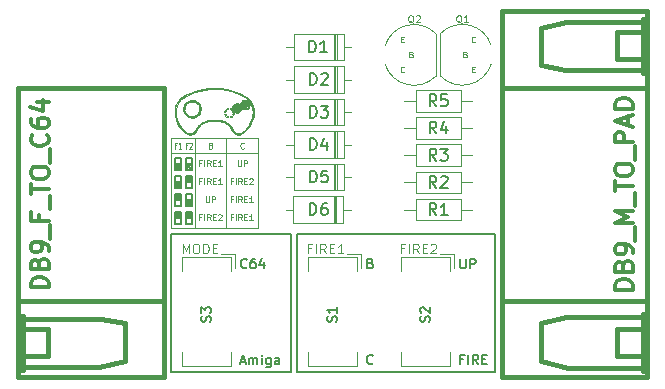
<source format=gto>
G04 #@! TF.GenerationSoftware,KiCad,Pcbnew,5.1.5-52549c5~86~ubuntu18.04.1*
G04 #@! TF.CreationDate,2020-05-03T19:03:43+02:00*
G04 #@! TF.ProjectId,OpenC64MegaDrivePadAdapter,4f70656e-4336-4344-9d65-676144726976,5*
G04 #@! TF.SameCoordinates,Original*
G04 #@! TF.FileFunction,Legend,Top*
G04 #@! TF.FilePolarity,Positive*
%FSLAX46Y46*%
G04 Gerber Fmt 4.6, Leading zero omitted, Abs format (unit mm)*
G04 Created by KiCad (PCBNEW 5.1.5-52549c5~86~ubuntu18.04.1) date 2020-05-03 19:03:43*
%MOMM*%
%LPD*%
G04 APERTURE LIST*
%ADD10C,0.100000*%
%ADD11C,0.075000*%
%ADD12C,0.200000*%
%ADD13C,0.150000*%
%ADD14C,0.381000*%
%ADD15C,0.120000*%
%ADD16C,0.010000*%
%ADD17C,0.304800*%
%ADD18C,0.125000*%
G04 APERTURE END LIST*
D10*
X167599457Y-93462180D02*
X167575648Y-93485989D01*
X167504219Y-93509799D01*
X167456600Y-93509799D01*
X167385172Y-93485989D01*
X167337553Y-93438370D01*
X167313743Y-93390751D01*
X167289934Y-93295513D01*
X167289934Y-93224085D01*
X167313743Y-93128847D01*
X167337553Y-93081228D01*
X167385172Y-93033609D01*
X167456600Y-93009799D01*
X167504219Y-93009799D01*
X167575648Y-93033609D01*
X167599457Y-93057418D01*
X167337553Y-90707894D02*
X167504219Y-90707894D01*
X167575648Y-90969799D02*
X167337553Y-90969799D01*
X167337553Y-90469799D01*
X167575648Y-90469799D01*
X168210410Y-91977894D02*
X168281838Y-92001704D01*
X168305648Y-92025513D01*
X168329457Y-92073132D01*
X168329457Y-92144561D01*
X168305648Y-92192180D01*
X168281838Y-92215989D01*
X168234219Y-92239799D01*
X168043743Y-92239799D01*
X168043743Y-91739799D01*
X168210410Y-91739799D01*
X168258029Y-91763609D01*
X168281838Y-91787418D01*
X168305648Y-91835037D01*
X168305648Y-91882656D01*
X168281838Y-91930275D01*
X168258029Y-91954085D01*
X168210410Y-91977894D01*
X168043743Y-91977894D01*
D11*
X150418895Y-105755285D02*
X150252228Y-105755285D01*
X150252228Y-106017190D02*
X150252228Y-105517190D01*
X150490323Y-105517190D01*
X150680800Y-106017190D02*
X150680800Y-105517190D01*
X151204609Y-106017190D02*
X151037942Y-105779095D01*
X150918895Y-106017190D02*
X150918895Y-105517190D01*
X151109371Y-105517190D01*
X151156990Y-105541000D01*
X151180800Y-105564809D01*
X151204609Y-105612428D01*
X151204609Y-105683857D01*
X151180800Y-105731476D01*
X151156990Y-105755285D01*
X151109371Y-105779095D01*
X150918895Y-105779095D01*
X151418895Y-105755285D02*
X151585561Y-105755285D01*
X151656990Y-106017190D02*
X151418895Y-106017190D01*
X151418895Y-105517190D01*
X151656990Y-105517190D01*
X151847466Y-105564809D02*
X151871276Y-105541000D01*
X151918895Y-105517190D01*
X152037942Y-105517190D01*
X152085561Y-105541000D01*
X152109371Y-105564809D01*
X152133180Y-105612428D01*
X152133180Y-105660047D01*
X152109371Y-105731476D01*
X151823657Y-106017190D01*
X152133180Y-106017190D01*
X153060495Y-105755285D02*
X152893828Y-105755285D01*
X152893828Y-106017190D02*
X152893828Y-105517190D01*
X153131923Y-105517190D01*
X153322400Y-106017190D02*
X153322400Y-105517190D01*
X153846209Y-106017190D02*
X153679542Y-105779095D01*
X153560495Y-106017190D02*
X153560495Y-105517190D01*
X153750971Y-105517190D01*
X153798590Y-105541000D01*
X153822400Y-105564809D01*
X153846209Y-105612428D01*
X153846209Y-105683857D01*
X153822400Y-105731476D01*
X153798590Y-105755285D01*
X153750971Y-105779095D01*
X153560495Y-105779095D01*
X154060495Y-105755285D02*
X154227161Y-105755285D01*
X154298590Y-106017190D02*
X154060495Y-106017190D01*
X154060495Y-105517190D01*
X154298590Y-105517190D01*
X154774780Y-106017190D02*
X154489066Y-106017190D01*
X154631923Y-106017190D02*
X154631923Y-105517190D01*
X154584304Y-105588619D01*
X154536685Y-105636238D01*
X154489066Y-105660047D01*
X150787942Y-103993190D02*
X150787942Y-104397952D01*
X150811752Y-104445571D01*
X150835561Y-104469380D01*
X150883180Y-104493190D01*
X150978419Y-104493190D01*
X151026038Y-104469380D01*
X151049847Y-104445571D01*
X151073657Y-104397952D01*
X151073657Y-103993190D01*
X151311752Y-104493190D02*
X151311752Y-103993190D01*
X151502228Y-103993190D01*
X151549847Y-104017000D01*
X151573657Y-104040809D01*
X151597466Y-104088428D01*
X151597466Y-104159857D01*
X151573657Y-104207476D01*
X151549847Y-104231285D01*
X151502228Y-104255095D01*
X151311752Y-104255095D01*
X153060495Y-104231285D02*
X152893828Y-104231285D01*
X152893828Y-104493190D02*
X152893828Y-103993190D01*
X153131923Y-103993190D01*
X153322400Y-104493190D02*
X153322400Y-103993190D01*
X153846209Y-104493190D02*
X153679542Y-104255095D01*
X153560495Y-104493190D02*
X153560495Y-103993190D01*
X153750971Y-103993190D01*
X153798590Y-104017000D01*
X153822400Y-104040809D01*
X153846209Y-104088428D01*
X153846209Y-104159857D01*
X153822400Y-104207476D01*
X153798590Y-104231285D01*
X153750971Y-104255095D01*
X153560495Y-104255095D01*
X154060495Y-104231285D02*
X154227161Y-104231285D01*
X154298590Y-104493190D02*
X154060495Y-104493190D01*
X154060495Y-103993190D01*
X154298590Y-103993190D01*
X154774780Y-104493190D02*
X154489066Y-104493190D01*
X154631923Y-104493190D02*
X154631923Y-103993190D01*
X154584304Y-104064619D01*
X154536685Y-104112238D01*
X154489066Y-104136047D01*
X153060495Y-102707285D02*
X152893828Y-102707285D01*
X152893828Y-102969190D02*
X152893828Y-102469190D01*
X153131923Y-102469190D01*
X153322400Y-102969190D02*
X153322400Y-102469190D01*
X153846209Y-102969190D02*
X153679542Y-102731095D01*
X153560495Y-102969190D02*
X153560495Y-102469190D01*
X153750971Y-102469190D01*
X153798590Y-102493000D01*
X153822400Y-102516809D01*
X153846209Y-102564428D01*
X153846209Y-102635857D01*
X153822400Y-102683476D01*
X153798590Y-102707285D01*
X153750971Y-102731095D01*
X153560495Y-102731095D01*
X154060495Y-102707285D02*
X154227161Y-102707285D01*
X154298590Y-102969190D02*
X154060495Y-102969190D01*
X154060495Y-102469190D01*
X154298590Y-102469190D01*
X154489066Y-102516809D02*
X154512876Y-102493000D01*
X154560495Y-102469190D01*
X154679542Y-102469190D01*
X154727161Y-102493000D01*
X154750971Y-102516809D01*
X154774780Y-102564428D01*
X154774780Y-102612047D01*
X154750971Y-102683476D01*
X154465257Y-102969190D01*
X154774780Y-102969190D01*
X150418895Y-102707285D02*
X150252228Y-102707285D01*
X150252228Y-102969190D02*
X150252228Y-102469190D01*
X150490323Y-102469190D01*
X150680800Y-102969190D02*
X150680800Y-102469190D01*
X151204609Y-102969190D02*
X151037942Y-102731095D01*
X150918895Y-102969190D02*
X150918895Y-102469190D01*
X151109371Y-102469190D01*
X151156990Y-102493000D01*
X151180800Y-102516809D01*
X151204609Y-102564428D01*
X151204609Y-102635857D01*
X151180800Y-102683476D01*
X151156990Y-102707285D01*
X151109371Y-102731095D01*
X150918895Y-102731095D01*
X151418895Y-102707285D02*
X151585561Y-102707285D01*
X151656990Y-102969190D02*
X151418895Y-102969190D01*
X151418895Y-102469190D01*
X151656990Y-102469190D01*
X152133180Y-102969190D02*
X151847466Y-102969190D01*
X151990323Y-102969190D02*
X151990323Y-102469190D01*
X151942704Y-102540619D01*
X151895085Y-102588238D01*
X151847466Y-102612047D01*
X153493042Y-100945190D02*
X153493042Y-101349952D01*
X153516852Y-101397571D01*
X153540661Y-101421380D01*
X153588280Y-101445190D01*
X153683519Y-101445190D01*
X153731138Y-101421380D01*
X153754947Y-101397571D01*
X153778757Y-101349952D01*
X153778757Y-100945190D01*
X154016852Y-101445190D02*
X154016852Y-100945190D01*
X154207328Y-100945190D01*
X154254947Y-100969000D01*
X154278757Y-100992809D01*
X154302566Y-101040428D01*
X154302566Y-101111857D01*
X154278757Y-101159476D01*
X154254947Y-101183285D01*
X154207328Y-101207095D01*
X154016852Y-101207095D01*
X150418895Y-101183285D02*
X150252228Y-101183285D01*
X150252228Y-101445190D02*
X150252228Y-100945190D01*
X150490323Y-100945190D01*
X150680800Y-101445190D02*
X150680800Y-100945190D01*
X151204609Y-101445190D02*
X151037942Y-101207095D01*
X150918895Y-101445190D02*
X150918895Y-100945190D01*
X151109371Y-100945190D01*
X151156990Y-100969000D01*
X151180800Y-100992809D01*
X151204609Y-101040428D01*
X151204609Y-101111857D01*
X151180800Y-101159476D01*
X151156990Y-101183285D01*
X151109371Y-101207095D01*
X150918895Y-101207095D01*
X151418895Y-101183285D02*
X151585561Y-101183285D01*
X151656990Y-101445190D02*
X151418895Y-101445190D01*
X151418895Y-100945190D01*
X151656990Y-100945190D01*
X152133180Y-101445190D02*
X151847466Y-101445190D01*
X151990323Y-101445190D02*
X151990323Y-100945190D01*
X151942704Y-101016619D01*
X151895085Y-101064238D01*
X151847466Y-101088047D01*
D10*
X152527000Y-99060000D02*
X152527000Y-106680000D01*
D12*
X149085300Y-101219000D02*
X149593300Y-101727000D01*
X149212300Y-101600000D02*
X149593300Y-101219000D01*
X148183600Y-101219000D02*
X148691600Y-101727000D01*
X148691600Y-101219000D02*
X148183600Y-101727000D01*
X148183600Y-102743000D02*
X148691600Y-103251000D01*
X148691600Y-102743000D02*
X148183600Y-103251000D01*
X148183600Y-104267000D02*
X148691600Y-103759000D01*
X148691600Y-104267000D02*
X148183600Y-103759000D01*
X149593300Y-104775000D02*
X149085300Y-104267000D01*
X149085300Y-104775000D02*
X149593300Y-104267000D01*
X149593300Y-104775000D02*
X149212300Y-104775000D01*
X148691600Y-101219000D02*
X148183600Y-101219000D01*
X149085300Y-101727000D02*
X149593300Y-101727000D01*
X149593300Y-101727000D02*
X149593300Y-100711000D01*
X149593300Y-100711000D02*
X149339300Y-100711000D01*
X149593300Y-101219000D02*
X149593300Y-100965000D01*
X149085300Y-100711000D02*
X149085300Y-101727000D01*
X148183600Y-101219000D02*
X148691600Y-101219000D01*
X148691600Y-101727000D02*
X148691600Y-100711000D01*
X149593300Y-101219000D02*
X149085300Y-101219000D01*
X148691600Y-101219000D02*
X148691600Y-100965000D01*
X148183600Y-100711000D02*
X148183600Y-101219000D01*
X148183600Y-101727000D02*
X148691600Y-101727000D01*
X149085300Y-100711000D02*
X149085300Y-101219000D01*
X148691600Y-100711000D02*
X148437600Y-100711000D01*
X148183600Y-100711000D02*
X148183600Y-101727000D01*
X148437600Y-100711000D02*
X148183600Y-100711000D01*
X149339300Y-100711000D02*
X149085300Y-100711000D01*
X149085300Y-101219000D02*
X149593300Y-101219000D01*
X148437600Y-102235000D02*
X148183600Y-102235000D01*
X149085300Y-102743000D02*
X149593300Y-102743000D01*
X148183600Y-102235000D02*
X148183600Y-102743000D01*
X148691600Y-102743000D02*
X148691600Y-102489000D01*
X149085300Y-102235000D02*
X149593300Y-102743000D01*
X148691600Y-102743000D02*
X148183600Y-102743000D01*
X149593300Y-103251000D02*
X149593300Y-102235000D01*
X149085300Y-102235000D02*
X149085300Y-103251000D01*
X148183600Y-102235000D02*
X148183600Y-103251000D01*
X149085300Y-102743000D02*
X149593300Y-102235000D01*
X149593300Y-102743000D02*
X149085300Y-102743000D01*
X149085300Y-102235000D02*
X149085300Y-102743000D01*
X148183600Y-102743000D02*
X148691600Y-102743000D01*
X148183600Y-103251000D02*
X148691600Y-103251000D01*
X149339300Y-102235000D02*
X149085300Y-102235000D01*
X148691600Y-102235000D02*
X148437600Y-102235000D01*
X149085300Y-103251000D02*
X149593300Y-103251000D01*
X148691600Y-103251000D02*
X148691600Y-102235000D01*
X149593300Y-102743000D02*
X149593300Y-102489000D01*
X149593300Y-102235000D02*
X149339300Y-102235000D01*
X148691600Y-103759000D02*
X148437600Y-103759000D01*
X148437600Y-103759000D02*
X148183600Y-103759000D01*
X149593300Y-104267000D02*
X149085300Y-104267000D01*
X149085300Y-103759000D02*
X149085300Y-104267000D01*
X148691600Y-104775000D02*
X148691600Y-103759000D01*
X149593300Y-104775000D02*
X149593300Y-103759000D01*
X148183600Y-104775000D02*
X148691600Y-104775000D01*
X149085300Y-103759000D02*
X149085300Y-104775000D01*
X148691600Y-104267000D02*
X148183600Y-104267000D01*
X148183600Y-103759000D02*
X148183600Y-104775000D01*
X149085300Y-104267000D02*
X149593300Y-104267000D01*
X148183600Y-104267000D02*
X148691600Y-104267000D01*
X148183600Y-103759000D02*
X148183600Y-104267000D01*
X149593300Y-103759000D02*
X149339300Y-103759000D01*
X149085300Y-104775000D02*
X149593300Y-104775000D01*
X149339300Y-103759000D02*
X149085300Y-103759000D01*
X148691600Y-104267000D02*
X148691600Y-104013000D01*
X149593300Y-104267000D02*
X149593300Y-104013000D01*
X149593300Y-105283000D02*
X149339300Y-105283000D01*
X149339300Y-105283000D02*
X149085300Y-105283000D01*
X149593300Y-106299000D02*
X149593300Y-105283000D01*
X149085300Y-105791000D02*
X149593300Y-105283000D01*
X149085300Y-105283000D02*
X149593300Y-105791000D01*
X149085300Y-106299000D02*
X149593300Y-106299000D01*
X149593300Y-105791000D02*
X149085300Y-105791000D01*
X149085300Y-105283000D02*
X149085300Y-106299000D01*
X149085300Y-105791000D02*
X149593300Y-105791000D01*
X149085300Y-105283000D02*
X149085300Y-105791000D01*
X149593300Y-105791000D02*
X149593300Y-105537000D01*
X148183600Y-105791000D02*
X148691600Y-105283000D01*
X148691600Y-105791000D02*
X148183600Y-105791000D01*
X148183600Y-105283000D02*
X148691600Y-105791000D01*
X148691600Y-105791000D02*
X148691600Y-105537000D01*
X148183600Y-105791000D02*
X148691600Y-105791000D01*
X148183600Y-105283000D02*
X148183600Y-105791000D01*
X148437600Y-105283000D02*
X148183600Y-105283000D01*
X148691600Y-105283000D02*
X148437600Y-105283000D01*
X148691600Y-106299000D02*
X148691600Y-105283000D01*
X148183600Y-106299000D02*
X148691600Y-106299000D01*
X148183600Y-105283000D02*
X148183600Y-106299000D01*
D10*
X147828000Y-100330000D02*
X155194000Y-100330000D01*
X149910800Y-99060000D02*
X149910800Y-106680000D01*
X154027961Y-99898971D02*
X154004152Y-99922780D01*
X153932723Y-99946590D01*
X153885104Y-99946590D01*
X153813676Y-99922780D01*
X153766057Y-99875161D01*
X153742247Y-99827542D01*
X153718438Y-99732304D01*
X153718438Y-99660876D01*
X153742247Y-99565638D01*
X153766057Y-99518019D01*
X153813676Y-99470400D01*
X153885104Y-99446590D01*
X153932723Y-99446590D01*
X154004152Y-99470400D01*
X154027961Y-99494209D01*
X151216514Y-99684685D02*
X151287942Y-99708495D01*
X151311752Y-99732304D01*
X151335561Y-99779923D01*
X151335561Y-99851352D01*
X151311752Y-99898971D01*
X151287942Y-99922780D01*
X151240323Y-99946590D01*
X151049847Y-99946590D01*
X151049847Y-99446590D01*
X151216514Y-99446590D01*
X151264133Y-99470400D01*
X151287942Y-99494209D01*
X151311752Y-99541828D01*
X151311752Y-99589447D01*
X151287942Y-99637066D01*
X151264133Y-99660876D01*
X151216514Y-99684685D01*
X151049847Y-99684685D01*
D11*
X149218666Y-99684685D02*
X149085333Y-99684685D01*
X149085333Y-99946590D02*
X149085333Y-99446590D01*
X149275809Y-99446590D01*
X149409142Y-99494209D02*
X149428190Y-99470400D01*
X149466285Y-99446590D01*
X149561523Y-99446590D01*
X149599619Y-99470400D01*
X149618666Y-99494209D01*
X149637714Y-99541828D01*
X149637714Y-99589447D01*
X149618666Y-99660876D01*
X149390095Y-99946590D01*
X149637714Y-99946590D01*
X148304266Y-99684685D02*
X148170933Y-99684685D01*
X148170933Y-99946590D02*
X148170933Y-99446590D01*
X148361409Y-99446590D01*
X148723314Y-99946590D02*
X148494742Y-99946590D01*
X148609028Y-99946590D02*
X148609028Y-99446590D01*
X148570933Y-99518019D01*
X148532838Y-99565638D01*
X148494742Y-99589447D01*
D10*
X147828000Y-106680000D02*
X147828000Y-99060000D01*
X155194000Y-106680000D02*
X147828000Y-106680000D01*
X155194000Y-99060000D02*
X155194000Y-106680000D01*
X147828000Y-99060000D02*
X155194000Y-99060000D01*
X173369553Y-93247894D02*
X173536219Y-93247894D01*
X173607648Y-93509799D02*
X173369553Y-93509799D01*
X173369553Y-93009799D01*
X173607648Y-93009799D01*
X172782410Y-91977894D02*
X172853838Y-92001704D01*
X172877648Y-92025513D01*
X172901457Y-92073132D01*
X172901457Y-92144561D01*
X172877648Y-92192180D01*
X172853838Y-92215989D01*
X172806219Y-92239799D01*
X172615743Y-92239799D01*
X172615743Y-91739799D01*
X172782410Y-91739799D01*
X172830029Y-91763609D01*
X172853838Y-91787418D01*
X172877648Y-91835037D01*
X172877648Y-91882656D01*
X172853838Y-91930275D01*
X172830029Y-91954085D01*
X172782410Y-91977894D01*
X172615743Y-91977894D01*
X173631457Y-90922180D02*
X173607648Y-90945989D01*
X173536219Y-90969799D01*
X173488600Y-90969799D01*
X173417172Y-90945989D01*
X173369553Y-90898370D01*
X173345743Y-90850751D01*
X173321934Y-90755513D01*
X173321934Y-90684085D01*
X173345743Y-90588847D01*
X173369553Y-90541228D01*
X173417172Y-90493609D01*
X173488600Y-90469799D01*
X173536219Y-90469799D01*
X173607648Y-90493609D01*
X173631457Y-90517418D01*
X148841285Y-108815904D02*
X148841285Y-108015904D01*
X149107952Y-108587333D01*
X149374619Y-108015904D01*
X149374619Y-108815904D01*
X149907952Y-108015904D02*
X150060333Y-108015904D01*
X150136523Y-108054000D01*
X150212714Y-108130190D01*
X150250809Y-108282571D01*
X150250809Y-108549238D01*
X150212714Y-108701619D01*
X150136523Y-108777809D01*
X150060333Y-108815904D01*
X149907952Y-108815904D01*
X149831761Y-108777809D01*
X149755571Y-108701619D01*
X149717476Y-108549238D01*
X149717476Y-108282571D01*
X149755571Y-108130190D01*
X149831761Y-108054000D01*
X149907952Y-108015904D01*
X150593666Y-108815904D02*
X150593666Y-108015904D01*
X150784142Y-108015904D01*
X150898428Y-108054000D01*
X150974619Y-108130190D01*
X151012714Y-108206380D01*
X151050809Y-108358761D01*
X151050809Y-108473047D01*
X151012714Y-108625428D01*
X150974619Y-108701619D01*
X150898428Y-108777809D01*
X150784142Y-108815904D01*
X150593666Y-108815904D01*
X151393666Y-108396857D02*
X151660333Y-108396857D01*
X151774619Y-108815904D02*
X151393666Y-108815904D01*
X151393666Y-108015904D01*
X151774619Y-108015904D01*
D13*
X153765880Y-117989333D02*
X154146833Y-117989333D01*
X153689690Y-118217904D02*
X153956357Y-117417904D01*
X154223023Y-118217904D01*
X154489690Y-118217904D02*
X154489690Y-117684571D01*
X154489690Y-117760761D02*
X154527785Y-117722666D01*
X154603976Y-117684571D01*
X154718261Y-117684571D01*
X154794452Y-117722666D01*
X154832547Y-117798857D01*
X154832547Y-118217904D01*
X154832547Y-117798857D02*
X154870642Y-117722666D01*
X154946833Y-117684571D01*
X155061119Y-117684571D01*
X155137309Y-117722666D01*
X155175404Y-117798857D01*
X155175404Y-118217904D01*
X155556357Y-118217904D02*
X155556357Y-117684571D01*
X155556357Y-117417904D02*
X155518261Y-117456000D01*
X155556357Y-117494095D01*
X155594452Y-117456000D01*
X155556357Y-117417904D01*
X155556357Y-117494095D01*
X156280166Y-117684571D02*
X156280166Y-118332190D01*
X156242071Y-118408380D01*
X156203976Y-118446476D01*
X156127785Y-118484571D01*
X156013500Y-118484571D01*
X155937309Y-118446476D01*
X156280166Y-118179809D02*
X156203976Y-118217904D01*
X156051595Y-118217904D01*
X155975404Y-118179809D01*
X155937309Y-118141714D01*
X155899214Y-118065523D01*
X155899214Y-117836952D01*
X155937309Y-117760761D01*
X155975404Y-117722666D01*
X156051595Y-117684571D01*
X156203976Y-117684571D01*
X156280166Y-117722666D01*
X157003976Y-118217904D02*
X157003976Y-117798857D01*
X156965880Y-117722666D01*
X156889690Y-117684571D01*
X156737309Y-117684571D01*
X156661119Y-117722666D01*
X157003976Y-118179809D02*
X156927785Y-118217904D01*
X156737309Y-118217904D01*
X156661119Y-118179809D01*
X156623023Y-118103619D01*
X156623023Y-118027428D01*
X156661119Y-117951238D01*
X156737309Y-117913142D01*
X156927785Y-117913142D01*
X157003976Y-117875047D01*
X154261119Y-110013714D02*
X154223023Y-110051809D01*
X154108738Y-110089904D01*
X154032547Y-110089904D01*
X153918261Y-110051809D01*
X153842071Y-109975619D01*
X153803976Y-109899428D01*
X153765880Y-109747047D01*
X153765880Y-109632761D01*
X153803976Y-109480380D01*
X153842071Y-109404190D01*
X153918261Y-109328000D01*
X154032547Y-109289904D01*
X154108738Y-109289904D01*
X154223023Y-109328000D01*
X154261119Y-109366095D01*
X154946833Y-109289904D02*
X154794452Y-109289904D01*
X154718261Y-109328000D01*
X154680166Y-109366095D01*
X154603976Y-109480380D01*
X154565880Y-109632761D01*
X154565880Y-109937523D01*
X154603976Y-110013714D01*
X154642071Y-110051809D01*
X154718261Y-110089904D01*
X154870642Y-110089904D01*
X154946833Y-110051809D01*
X154984928Y-110013714D01*
X155023023Y-109937523D01*
X155023023Y-109747047D01*
X154984928Y-109670857D01*
X154946833Y-109632761D01*
X154870642Y-109594666D01*
X154718261Y-109594666D01*
X154642071Y-109632761D01*
X154603976Y-109670857D01*
X154565880Y-109747047D01*
X155708738Y-109556571D02*
X155708738Y-110089904D01*
X155518261Y-109251809D02*
X155327785Y-109823238D01*
X155823023Y-109823238D01*
D12*
X157988000Y-107188000D02*
X147828000Y-107188000D01*
X157988000Y-118872000D02*
X157988000Y-107188000D01*
X147828000Y-118872000D02*
X157988000Y-118872000D01*
X147828000Y-107188000D02*
X147828000Y-118872000D01*
D13*
X172612642Y-117798857D02*
X172345976Y-117798857D01*
X172345976Y-118217904D02*
X172345976Y-117417904D01*
X172726928Y-117417904D01*
X173031690Y-118217904D02*
X173031690Y-117417904D01*
X173869785Y-118217904D02*
X173603119Y-117836952D01*
X173412642Y-118217904D02*
X173412642Y-117417904D01*
X173717404Y-117417904D01*
X173793595Y-117456000D01*
X173831690Y-117494095D01*
X173869785Y-117570285D01*
X173869785Y-117684571D01*
X173831690Y-117760761D01*
X173793595Y-117798857D01*
X173717404Y-117836952D01*
X173412642Y-117836952D01*
X174212642Y-117798857D02*
X174479309Y-117798857D01*
X174593595Y-118217904D02*
X174212642Y-118217904D01*
X174212642Y-117417904D01*
X174593595Y-117417904D01*
X172345976Y-109289904D02*
X172345976Y-109937523D01*
X172384071Y-110013714D01*
X172422166Y-110051809D01*
X172498357Y-110089904D01*
X172650738Y-110089904D01*
X172726928Y-110051809D01*
X172765023Y-110013714D01*
X172803119Y-109937523D01*
X172803119Y-109289904D01*
X173184071Y-110089904D02*
X173184071Y-109289904D01*
X173488833Y-109289904D01*
X173565023Y-109328000D01*
X173603119Y-109366095D01*
X173641214Y-109442285D01*
X173641214Y-109556571D01*
X173603119Y-109632761D01*
X173565023Y-109670857D01*
X173488833Y-109708952D01*
X173184071Y-109708952D01*
D10*
X167573761Y-108396857D02*
X167307095Y-108396857D01*
X167307095Y-108815904D02*
X167307095Y-108015904D01*
X167688047Y-108015904D01*
X167992809Y-108815904D02*
X167992809Y-108015904D01*
X168830904Y-108815904D02*
X168564238Y-108434952D01*
X168373761Y-108815904D02*
X168373761Y-108015904D01*
X168678523Y-108015904D01*
X168754714Y-108054000D01*
X168792809Y-108092095D01*
X168830904Y-108168285D01*
X168830904Y-108282571D01*
X168792809Y-108358761D01*
X168754714Y-108396857D01*
X168678523Y-108434952D01*
X168373761Y-108434952D01*
X169173761Y-108396857D02*
X169440428Y-108396857D01*
X169554714Y-108815904D02*
X169173761Y-108815904D01*
X169173761Y-108015904D01*
X169554714Y-108015904D01*
X169859476Y-108092095D02*
X169897571Y-108054000D01*
X169973761Y-108015904D01*
X170164238Y-108015904D01*
X170240428Y-108054000D01*
X170278523Y-108092095D01*
X170316619Y-108168285D01*
X170316619Y-108244476D01*
X170278523Y-108358761D01*
X169821380Y-108815904D01*
X170316619Y-108815904D01*
D13*
X164929119Y-118141714D02*
X164891023Y-118179809D01*
X164776738Y-118217904D01*
X164700547Y-118217904D01*
X164586261Y-118179809D01*
X164510071Y-118103619D01*
X164471976Y-118027428D01*
X164433880Y-117875047D01*
X164433880Y-117760761D01*
X164471976Y-117608380D01*
X164510071Y-117532190D01*
X164586261Y-117456000D01*
X164700547Y-117417904D01*
X164776738Y-117417904D01*
X164891023Y-117456000D01*
X164929119Y-117494095D01*
X164738642Y-109670857D02*
X164852928Y-109708952D01*
X164891023Y-109747047D01*
X164929119Y-109823238D01*
X164929119Y-109937523D01*
X164891023Y-110013714D01*
X164852928Y-110051809D01*
X164776738Y-110089904D01*
X164471976Y-110089904D01*
X164471976Y-109289904D01*
X164738642Y-109289904D01*
X164814833Y-109328000D01*
X164852928Y-109366095D01*
X164891023Y-109442285D01*
X164891023Y-109518476D01*
X164852928Y-109594666D01*
X164814833Y-109632761D01*
X164738642Y-109670857D01*
X164471976Y-109670857D01*
D10*
X159699761Y-108396857D02*
X159433095Y-108396857D01*
X159433095Y-108815904D02*
X159433095Y-108015904D01*
X159814047Y-108015904D01*
X160118809Y-108815904D02*
X160118809Y-108015904D01*
X160956904Y-108815904D02*
X160690238Y-108434952D01*
X160499761Y-108815904D02*
X160499761Y-108015904D01*
X160804523Y-108015904D01*
X160880714Y-108054000D01*
X160918809Y-108092095D01*
X160956904Y-108168285D01*
X160956904Y-108282571D01*
X160918809Y-108358761D01*
X160880714Y-108396857D01*
X160804523Y-108434952D01*
X160499761Y-108434952D01*
X161299761Y-108396857D02*
X161566428Y-108396857D01*
X161680714Y-108815904D02*
X161299761Y-108815904D01*
X161299761Y-108015904D01*
X161680714Y-108015904D01*
X162442619Y-108815904D02*
X161985476Y-108815904D01*
X162214047Y-108815904D02*
X162214047Y-108015904D01*
X162137857Y-108130190D01*
X162061666Y-108206380D01*
X161985476Y-108244476D01*
D12*
X175260000Y-107188000D02*
X158496000Y-107188000D01*
X175260000Y-118872000D02*
X175260000Y-107188000D01*
X158496000Y-118872000D02*
X175260000Y-118872000D01*
X158496000Y-107188000D02*
X158496000Y-118872000D01*
D14*
X147226000Y-119331740D02*
X147226000Y-94820740D01*
X134907000Y-119331740D02*
X147226000Y-119331740D01*
X134907000Y-94820740D02*
X134907000Y-119331740D01*
X134907000Y-94820740D02*
X147226000Y-94820740D01*
X134907000Y-112854740D02*
X147226000Y-112854740D01*
X137447000Y-117553740D02*
X134907000Y-117553740D01*
X137447000Y-115267740D02*
X137447000Y-117553740D01*
X134907000Y-115267740D02*
X137447000Y-115267740D01*
X135034000Y-118696740D02*
X135288000Y-118696740D01*
X135034000Y-114124740D02*
X135034000Y-118696740D01*
X135288000Y-114124740D02*
X135034000Y-114124740D01*
X135288000Y-118696740D02*
X135288000Y-114124740D01*
X141765000Y-118442740D02*
X135288000Y-118442740D01*
X143924000Y-117934740D02*
X141765000Y-118442740D01*
X143924000Y-114759740D02*
X143924000Y-117934740D01*
X141892000Y-114378740D02*
X143924000Y-114759740D01*
X135288000Y-114378740D02*
X141892000Y-114378740D01*
X175852000Y-119330300D02*
X188171000Y-119330300D01*
X175852000Y-88342300D02*
X175852000Y-119330300D01*
X188171000Y-88342300D02*
X175852000Y-88342300D01*
X188171000Y-119330300D02*
X188171000Y-88342300D01*
X188171000Y-112853300D02*
X175852000Y-112853300D01*
X188171000Y-94819300D02*
X175852000Y-94819300D01*
X185631000Y-115266300D02*
X188171000Y-115266300D01*
X185631000Y-117552300D02*
X185631000Y-115266300D01*
X188171000Y-117552300D02*
X185631000Y-117552300D01*
X185631000Y-90120300D02*
X188171000Y-90120300D01*
X185631000Y-92406300D02*
X185631000Y-90120300D01*
X188171000Y-92406300D02*
X185631000Y-92406300D01*
X188044000Y-113996300D02*
X187790000Y-113996300D01*
X188044000Y-118822300D02*
X188044000Y-113996300D01*
X187790000Y-118822300D02*
X188044000Y-118822300D01*
X187790000Y-113996300D02*
X187790000Y-118822300D01*
X188044000Y-88977300D02*
X187790000Y-88977300D01*
X188044000Y-93549300D02*
X188044000Y-88977300D01*
X187790000Y-93549300D02*
X188044000Y-93549300D01*
X187790000Y-88977300D02*
X187790000Y-93549300D01*
X179154000Y-117933300D02*
X179154000Y-114758300D01*
X181440000Y-118568300D02*
X179154000Y-117933300D01*
X187790000Y-118568300D02*
X181440000Y-118568300D01*
X181313000Y-114250300D02*
X187790000Y-114250300D01*
X179154000Y-114758300D02*
X181313000Y-114250300D01*
X181313000Y-89231300D02*
X187790000Y-89231300D01*
X179154000Y-89739300D02*
X181313000Y-89231300D01*
X179154000Y-92914300D02*
X179154000Y-89739300D01*
X181186000Y-93295300D02*
X179154000Y-92914300D01*
X187790000Y-93295300D02*
X181186000Y-93295300D01*
D15*
X152950000Y-110352000D02*
X152950000Y-109152000D01*
X152950000Y-109152000D02*
X148750000Y-109152000D01*
X148750000Y-109152000D02*
X148750000Y-110352000D01*
X152950000Y-117152000D02*
X152950000Y-118352000D01*
X152950000Y-118352000D02*
X148750000Y-118352000D01*
X148750000Y-118352000D02*
X148750000Y-117152000D01*
X153250000Y-110052000D02*
X153250000Y-108852000D01*
X153250000Y-108852000D02*
X152050000Y-108852000D01*
X171492000Y-110352000D02*
X171492000Y-109152000D01*
X171492000Y-109152000D02*
X167292000Y-109152000D01*
X167292000Y-109152000D02*
X167292000Y-110352000D01*
X171492000Y-117152000D02*
X171492000Y-118352000D01*
X171492000Y-118352000D02*
X167292000Y-118352000D01*
X167292000Y-118352000D02*
X167292000Y-117152000D01*
X171792000Y-110052000D02*
X171792000Y-108852000D01*
X171792000Y-108852000D02*
X170592000Y-108852000D01*
X163618000Y-110352000D02*
X163618000Y-109152000D01*
X163618000Y-109152000D02*
X159418000Y-109152000D01*
X159418000Y-109152000D02*
X159418000Y-110352000D01*
X163618000Y-117152000D02*
X163618000Y-118352000D01*
X163618000Y-118352000D02*
X159418000Y-118352000D01*
X159418000Y-118352000D02*
X159418000Y-117152000D01*
X163918000Y-110052000D02*
X163918000Y-108852000D01*
X163918000Y-108852000D02*
X162718000Y-108852000D01*
X167614000Y-95919600D02*
X168564000Y-95919600D01*
X173354000Y-95919600D02*
X172404000Y-95919600D01*
X168564000Y-96839600D02*
X172404000Y-96839600D01*
X168564000Y-94999600D02*
X168564000Y-96839600D01*
X172404000Y-94999600D02*
X168564000Y-94999600D01*
X172404000Y-96839600D02*
X172404000Y-94999600D01*
X167614000Y-98219600D02*
X168564000Y-98219600D01*
X173354000Y-98219600D02*
X172404000Y-98219600D01*
X168564000Y-99139600D02*
X172404000Y-99139600D01*
X168564000Y-97299600D02*
X168564000Y-99139600D01*
X172404000Y-97299600D02*
X168564000Y-97299600D01*
X172404000Y-99139600D02*
X172404000Y-97299600D01*
X167614000Y-100519600D02*
X168564000Y-100519600D01*
X173354000Y-100519600D02*
X172404000Y-100519600D01*
X168564000Y-101439600D02*
X172404000Y-101439600D01*
X168564000Y-99599600D02*
X168564000Y-101439600D01*
X172404000Y-99599600D02*
X168564000Y-99599600D01*
X172404000Y-101439600D02*
X172404000Y-99599600D01*
X167614000Y-102819600D02*
X168564000Y-102819600D01*
X173354000Y-102819600D02*
X172404000Y-102819600D01*
X168564000Y-103739600D02*
X172404000Y-103739600D01*
X168564000Y-101899600D02*
X168564000Y-103739600D01*
X172404000Y-101899600D02*
X168564000Y-101899600D01*
X172404000Y-103739600D02*
X172404000Y-101899600D01*
X173354000Y-105119600D02*
X172404000Y-105119600D01*
X167614000Y-105119600D02*
X168564000Y-105119600D01*
X172404000Y-104199600D02*
X168564000Y-104199600D01*
X172404000Y-106039600D02*
X172404000Y-104199600D01*
X168564000Y-106039600D02*
X172404000Y-106039600D01*
X168564000Y-104199600D02*
X168564000Y-106039600D01*
X170256380Y-90205164D02*
G75*
G03X165978696Y-91233609I-1827684J-1808445D01*
G01*
X170270852Y-93825062D02*
G75*
G02X165978696Y-92833609I-1842156J1811453D01*
G01*
X170278696Y-93813609D02*
X170278696Y-90213609D01*
X170686723Y-93822054D02*
G75*
G03X174964407Y-92793609I1827684J1808445D01*
G01*
X170672251Y-90202156D02*
G75*
G02X174964407Y-91193609I1842156J-1811453D01*
G01*
X170664407Y-90213609D02*
X170664407Y-93813609D01*
X161857200Y-106239600D02*
X161857200Y-103999600D01*
X161617200Y-106239600D02*
X161617200Y-103999600D01*
X161737200Y-106239600D02*
X161737200Y-103999600D01*
X157567200Y-105119600D02*
X158217200Y-105119600D01*
X163107200Y-105119600D02*
X162457200Y-105119600D01*
X158217200Y-106239600D02*
X162457200Y-106239600D01*
X158217200Y-103999600D02*
X158217200Y-106239600D01*
X162457200Y-103999600D02*
X158217200Y-103999600D01*
X162457200Y-106239600D02*
X162457200Y-103999600D01*
X161869200Y-103489600D02*
X161869200Y-101249600D01*
X161629200Y-103489600D02*
X161629200Y-101249600D01*
X161749200Y-103489600D02*
X161749200Y-101249600D01*
X157579200Y-102369600D02*
X158229200Y-102369600D01*
X163119200Y-102369600D02*
X162469200Y-102369600D01*
X158229200Y-103489600D02*
X162469200Y-103489600D01*
X158229200Y-101249600D02*
X158229200Y-103489600D01*
X162469200Y-101249600D02*
X158229200Y-101249600D01*
X162469200Y-103489600D02*
X162469200Y-101249600D01*
X161869200Y-100739600D02*
X161869200Y-98499600D01*
X161629200Y-100739600D02*
X161629200Y-98499600D01*
X161749200Y-100739600D02*
X161749200Y-98499600D01*
X157579200Y-99619600D02*
X158229200Y-99619600D01*
X163119200Y-99619600D02*
X162469200Y-99619600D01*
X158229200Y-100739600D02*
X162469200Y-100739600D01*
X158229200Y-98499600D02*
X158229200Y-100739600D01*
X162469200Y-98499600D02*
X158229200Y-98499600D01*
X162469200Y-100739600D02*
X162469200Y-98499600D01*
X161869200Y-97989600D02*
X161869200Y-95749600D01*
X161629200Y-97989600D02*
X161629200Y-95749600D01*
X161749200Y-97989600D02*
X161749200Y-95749600D01*
X157579200Y-96869600D02*
X158229200Y-96869600D01*
X163119200Y-96869600D02*
X162469200Y-96869600D01*
X158229200Y-97989600D02*
X162469200Y-97989600D01*
X158229200Y-95749600D02*
X158229200Y-97989600D01*
X162469200Y-95749600D02*
X158229200Y-95749600D01*
X162469200Y-97989600D02*
X162469200Y-95749600D01*
X161869200Y-95239600D02*
X161869200Y-92999600D01*
X161629200Y-95239600D02*
X161629200Y-92999600D01*
X161749200Y-95239600D02*
X161749200Y-92999600D01*
X157579200Y-94119600D02*
X158229200Y-94119600D01*
X163119200Y-94119600D02*
X162469200Y-94119600D01*
X158229200Y-95239600D02*
X162469200Y-95239600D01*
X158229200Y-92999600D02*
X158229200Y-95239600D01*
X162469200Y-92999600D02*
X158229200Y-92999600D01*
X162469200Y-95239600D02*
X162469200Y-92999600D01*
X161869200Y-92489600D02*
X161869200Y-90249600D01*
X161629200Y-92489600D02*
X161629200Y-90249600D01*
X161749200Y-92489600D02*
X161749200Y-90249600D01*
X157579200Y-91369600D02*
X158229200Y-91369600D01*
X163119200Y-91369600D02*
X162469200Y-91369600D01*
X158229200Y-92489600D02*
X162469200Y-92489600D01*
X158229200Y-90249600D02*
X158229200Y-92489600D01*
X162469200Y-90249600D02*
X158229200Y-90249600D01*
X162469200Y-92489600D02*
X162469200Y-90249600D01*
D13*
X154135323Y-96212660D02*
G75*
G03X154135323Y-96212660I-25903J0D01*
G01*
X154233094Y-96205040D02*
G75*
G03X154233094Y-96205040I-118594J0D01*
G01*
X154367201Y-96205040D02*
G75*
G03X154367201Y-96205040I-250161J0D01*
G01*
X153444651Y-96499680D02*
G75*
G03X153444651Y-96499680I-18491J0D01*
G01*
X153540460Y-96507300D02*
G75*
G03X153540460Y-96507300I-109220J0D01*
G01*
X153673873Y-96507300D02*
G75*
G03X153673873Y-96507300I-242633J0D01*
G01*
D16*
G36*
X151996999Y-94828643D02*
G01*
X152471479Y-94891661D01*
X152860591Y-94975095D01*
X153116907Y-95049023D01*
X153374074Y-95140268D01*
X153624536Y-95245114D01*
X153860738Y-95359843D01*
X154075125Y-95480740D01*
X154260142Y-95604087D01*
X154408235Y-95726167D01*
X154429681Y-95747013D01*
X154595329Y-95940235D01*
X154719929Y-96148943D01*
X154804932Y-96376817D01*
X154851793Y-96627536D01*
X154862802Y-96843210D01*
X154839945Y-97145658D01*
X154773071Y-97443970D01*
X154664298Y-97733315D01*
X154515744Y-98008863D01*
X154329528Y-98265783D01*
X154157274Y-98452311D01*
X154014315Y-98581128D01*
X153885152Y-98673044D01*
X153762179Y-98732032D01*
X153637789Y-98762066D01*
X153553071Y-98767939D01*
X153457853Y-98763788D01*
X153383871Y-98744629D01*
X153310455Y-98706421D01*
X153191670Y-98625762D01*
X153095975Y-98538665D01*
X153012329Y-98432977D01*
X152929693Y-98296548D01*
X152917167Y-98273546D01*
X152838433Y-98135257D01*
X152767119Y-98030917D01*
X152694593Y-97951217D01*
X152612221Y-97886850D01*
X152511370Y-97828507D01*
X152498124Y-97821727D01*
X152233448Y-97712368D01*
X151948940Y-97639858D01*
X151652533Y-97604197D01*
X151352163Y-97605383D01*
X151055762Y-97643415D01*
X150771267Y-97718294D01*
X150522553Y-97821889D01*
X150402590Y-97892518D01*
X150302878Y-97976736D01*
X150214954Y-98083843D01*
X150130355Y-98223134D01*
X150094378Y-98292277D01*
X149989052Y-98465834D01*
X149867515Y-98602360D01*
X149732992Y-98699951D01*
X149588710Y-98756703D01*
X149437894Y-98770712D01*
X149317726Y-98750723D01*
X149204438Y-98709551D01*
X149095259Y-98648455D01*
X148981491Y-98561443D01*
X148854432Y-98442520D01*
X148820768Y-98408332D01*
X148681049Y-98255052D01*
X148566856Y-98105643D01*
X148467000Y-97943796D01*
X148370290Y-97753203D01*
X148368248Y-97748849D01*
X148257201Y-97469596D01*
X148188573Y-97193176D01*
X148160239Y-96910387D01*
X148159198Y-96843210D01*
X148160010Y-96819539D01*
X148262806Y-96819539D01*
X148265215Y-96912420D01*
X148298157Y-97181891D01*
X148368059Y-97452281D01*
X148470930Y-97715838D01*
X148602781Y-97964811D01*
X148759621Y-98191447D01*
X148937461Y-98387995D01*
X149091572Y-98517920D01*
X149242870Y-98609202D01*
X149387026Y-98656063D01*
X149522989Y-98658310D01*
X149642613Y-98619453D01*
X149757495Y-98547834D01*
X149854242Y-98456053D01*
X149941662Y-98334524D01*
X149999991Y-98230546D01*
X150056891Y-98128509D01*
X150119350Y-98028521D01*
X150176710Y-97947304D01*
X150194598Y-97925252D01*
X150293473Y-97835547D01*
X150430409Y-97748506D01*
X150597348Y-97668235D01*
X150786232Y-97598839D01*
X150899647Y-97565982D01*
X150994048Y-97542523D01*
X151077059Y-97525966D01*
X151160445Y-97515145D01*
X151255974Y-97508895D01*
X151375413Y-97506051D01*
X151511000Y-97505440D01*
X151661531Y-97506237D01*
X151777704Y-97509405D01*
X151871287Y-97516109D01*
X151954046Y-97527515D01*
X152037748Y-97544787D01*
X152122354Y-97565982D01*
X152302148Y-97621424D01*
X152471059Y-97689107D01*
X152620136Y-97764553D01*
X152740432Y-97843282D01*
X152817103Y-97913718D01*
X152864240Y-97976958D01*
X152922108Y-98066478D01*
X152981140Y-98167126D01*
X153006167Y-98213205D01*
X153099345Y-98368650D01*
X153198013Y-98487322D01*
X153310806Y-98578480D01*
X153389501Y-98624153D01*
X153506266Y-98659578D01*
X153633375Y-98654117D01*
X153767559Y-98610966D01*
X153905544Y-98533325D01*
X154044061Y-98424393D01*
X154179837Y-98287366D01*
X154309602Y-98125444D01*
X154430084Y-97941824D01*
X154538012Y-97739705D01*
X154630115Y-97522286D01*
X154684914Y-97357655D01*
X154729715Y-97163293D01*
X154755011Y-96957981D01*
X154759976Y-96756819D01*
X154743784Y-96574911D01*
X154731220Y-96511013D01*
X154657463Y-96281262D01*
X154550725Y-96069336D01*
X154415810Y-95882504D01*
X154257524Y-95728031D01*
X154172540Y-95666126D01*
X153791136Y-95444274D01*
X153387460Y-95260507D01*
X152965571Y-95115023D01*
X152529528Y-95008022D01*
X152083393Y-94939700D01*
X151631225Y-94910256D01*
X151177083Y-94919887D01*
X150725029Y-94968793D01*
X150279120Y-95057170D01*
X149843419Y-95185217D01*
X149421984Y-95353131D01*
X149267516Y-95426887D01*
X149044157Y-95545770D01*
X148862353Y-95658596D01*
X148718351Y-95768030D01*
X148608400Y-95876735D01*
X148574420Y-95918865D01*
X148434108Y-96133583D01*
X148337046Y-96349985D01*
X148280768Y-96575995D01*
X148262806Y-96819539D01*
X148160010Y-96819539D01*
X148165922Y-96647338D01*
X148188719Y-96480128D01*
X148231226Y-96325811D01*
X148297078Y-96168616D01*
X148329761Y-96103338D01*
X148419723Y-95950348D01*
X148524237Y-95813940D01*
X148649052Y-95689256D01*
X148799915Y-95571438D01*
X148982575Y-95455630D01*
X149202779Y-95336974D01*
X149284751Y-95296323D01*
X149698957Y-95119646D01*
X150134113Y-94981939D01*
X150585856Y-94883594D01*
X151049826Y-94825001D01*
X151521661Y-94806554D01*
X151996999Y-94828643D01*
G37*
X151996999Y-94828643D02*
X152471479Y-94891661D01*
X152860591Y-94975095D01*
X153116907Y-95049023D01*
X153374074Y-95140268D01*
X153624536Y-95245114D01*
X153860738Y-95359843D01*
X154075125Y-95480740D01*
X154260142Y-95604087D01*
X154408235Y-95726167D01*
X154429681Y-95747013D01*
X154595329Y-95940235D01*
X154719929Y-96148943D01*
X154804932Y-96376817D01*
X154851793Y-96627536D01*
X154862802Y-96843210D01*
X154839945Y-97145658D01*
X154773071Y-97443970D01*
X154664298Y-97733315D01*
X154515744Y-98008863D01*
X154329528Y-98265783D01*
X154157274Y-98452311D01*
X154014315Y-98581128D01*
X153885152Y-98673044D01*
X153762179Y-98732032D01*
X153637789Y-98762066D01*
X153553071Y-98767939D01*
X153457853Y-98763788D01*
X153383871Y-98744629D01*
X153310455Y-98706421D01*
X153191670Y-98625762D01*
X153095975Y-98538665D01*
X153012329Y-98432977D01*
X152929693Y-98296548D01*
X152917167Y-98273546D01*
X152838433Y-98135257D01*
X152767119Y-98030917D01*
X152694593Y-97951217D01*
X152612221Y-97886850D01*
X152511370Y-97828507D01*
X152498124Y-97821727D01*
X152233448Y-97712368D01*
X151948940Y-97639858D01*
X151652533Y-97604197D01*
X151352163Y-97605383D01*
X151055762Y-97643415D01*
X150771267Y-97718294D01*
X150522553Y-97821889D01*
X150402590Y-97892518D01*
X150302878Y-97976736D01*
X150214954Y-98083843D01*
X150130355Y-98223134D01*
X150094378Y-98292277D01*
X149989052Y-98465834D01*
X149867515Y-98602360D01*
X149732992Y-98699951D01*
X149588710Y-98756703D01*
X149437894Y-98770712D01*
X149317726Y-98750723D01*
X149204438Y-98709551D01*
X149095259Y-98648455D01*
X148981491Y-98561443D01*
X148854432Y-98442520D01*
X148820768Y-98408332D01*
X148681049Y-98255052D01*
X148566856Y-98105643D01*
X148467000Y-97943796D01*
X148370290Y-97753203D01*
X148368248Y-97748849D01*
X148257201Y-97469596D01*
X148188573Y-97193176D01*
X148160239Y-96910387D01*
X148159198Y-96843210D01*
X148160010Y-96819539D01*
X148262806Y-96819539D01*
X148265215Y-96912420D01*
X148298157Y-97181891D01*
X148368059Y-97452281D01*
X148470930Y-97715838D01*
X148602781Y-97964811D01*
X148759621Y-98191447D01*
X148937461Y-98387995D01*
X149091572Y-98517920D01*
X149242870Y-98609202D01*
X149387026Y-98656063D01*
X149522989Y-98658310D01*
X149642613Y-98619453D01*
X149757495Y-98547834D01*
X149854242Y-98456053D01*
X149941662Y-98334524D01*
X149999991Y-98230546D01*
X150056891Y-98128509D01*
X150119350Y-98028521D01*
X150176710Y-97947304D01*
X150194598Y-97925252D01*
X150293473Y-97835547D01*
X150430409Y-97748506D01*
X150597348Y-97668235D01*
X150786232Y-97598839D01*
X150899647Y-97565982D01*
X150994048Y-97542523D01*
X151077059Y-97525966D01*
X151160445Y-97515145D01*
X151255974Y-97508895D01*
X151375413Y-97506051D01*
X151511000Y-97505440D01*
X151661531Y-97506237D01*
X151777704Y-97509405D01*
X151871287Y-97516109D01*
X151954046Y-97527515D01*
X152037748Y-97544787D01*
X152122354Y-97565982D01*
X152302148Y-97621424D01*
X152471059Y-97689107D01*
X152620136Y-97764553D01*
X152740432Y-97843282D01*
X152817103Y-97913718D01*
X152864240Y-97976958D01*
X152922108Y-98066478D01*
X152981140Y-98167126D01*
X153006167Y-98213205D01*
X153099345Y-98368650D01*
X153198013Y-98487322D01*
X153310806Y-98578480D01*
X153389501Y-98624153D01*
X153506266Y-98659578D01*
X153633375Y-98654117D01*
X153767559Y-98610966D01*
X153905544Y-98533325D01*
X154044061Y-98424393D01*
X154179837Y-98287366D01*
X154309602Y-98125444D01*
X154430084Y-97941824D01*
X154538012Y-97739705D01*
X154630115Y-97522286D01*
X154684914Y-97357655D01*
X154729715Y-97163293D01*
X154755011Y-96957981D01*
X154759976Y-96756819D01*
X154743784Y-96574911D01*
X154731220Y-96511013D01*
X154657463Y-96281262D01*
X154550725Y-96069336D01*
X154415810Y-95882504D01*
X154257524Y-95728031D01*
X154172540Y-95666126D01*
X153791136Y-95444274D01*
X153387460Y-95260507D01*
X152965571Y-95115023D01*
X152529528Y-95008022D01*
X152083393Y-94939700D01*
X151631225Y-94910256D01*
X151177083Y-94919887D01*
X150725029Y-94968793D01*
X150279120Y-95057170D01*
X149843419Y-95185217D01*
X149421984Y-95353131D01*
X149267516Y-95426887D01*
X149044157Y-95545770D01*
X148862353Y-95658596D01*
X148718351Y-95768030D01*
X148608400Y-95876735D01*
X148574420Y-95918865D01*
X148434108Y-96133583D01*
X148337046Y-96349985D01*
X148280768Y-96575995D01*
X148262806Y-96819539D01*
X148160010Y-96819539D01*
X148165922Y-96647338D01*
X148188719Y-96480128D01*
X148231226Y-96325811D01*
X148297078Y-96168616D01*
X148329761Y-96103338D01*
X148419723Y-95950348D01*
X148524237Y-95813940D01*
X148649052Y-95689256D01*
X148799915Y-95571438D01*
X148982575Y-95455630D01*
X149202779Y-95336974D01*
X149284751Y-95296323D01*
X149698957Y-95119646D01*
X150134113Y-94981939D01*
X150585856Y-94883594D01*
X151049826Y-94825001D01*
X151521661Y-94806554D01*
X151996999Y-94828643D01*
G36*
X149763744Y-95868382D02*
G01*
X149933904Y-95923870D01*
X150087735Y-96018406D01*
X150181263Y-96106268D01*
X150270075Y-96225389D01*
X150325934Y-96353467D01*
X150353051Y-96502580D01*
X150357278Y-96610853D01*
X150339983Y-96785969D01*
X150286304Y-96937080D01*
X150192813Y-97072468D01*
X150146013Y-97121636D01*
X150018964Y-97225792D01*
X149886537Y-97290785D01*
X149736253Y-97321554D01*
X149630800Y-97325632D01*
X149527561Y-97320373D01*
X149428443Y-97308020D01*
X149353549Y-97291144D01*
X149348761Y-97289519D01*
X149240352Y-97232867D01*
X149130703Y-97144294D01*
X149032500Y-97035866D01*
X148958430Y-96919650D01*
X148957167Y-96917094D01*
X148923800Y-96842402D01*
X148904387Y-96775483D01*
X148895499Y-96698633D01*
X148894712Y-96652639D01*
X148995421Y-96652639D01*
X149031922Y-96810327D01*
X149050768Y-96855228D01*
X149143396Y-97005286D01*
X149262194Y-97118837D01*
X149402751Y-97193929D01*
X149560657Y-97228605D01*
X149731501Y-97220911D01*
X149826119Y-97198887D01*
X149954783Y-97138856D01*
X150072127Y-97043793D01*
X150167277Y-96924803D01*
X150229355Y-96792993D01*
X150231904Y-96784527D01*
X150258719Y-96616763D01*
X150243586Y-96453828D01*
X150189520Y-96302743D01*
X150099533Y-96170528D01*
X149976637Y-96064205D01*
X149905411Y-96023731D01*
X149795408Y-95987606D01*
X149664770Y-95970409D01*
X149532061Y-95972736D01*
X149415845Y-95995185D01*
X149384552Y-96006988D01*
X149239643Y-96093864D01*
X149125535Y-96208832D01*
X149044968Y-96344927D01*
X149000683Y-96495185D01*
X148995421Y-96652639D01*
X148894712Y-96652639D01*
X148893709Y-96594150D01*
X148893734Y-96589441D01*
X148903723Y-96438236D01*
X148935679Y-96314261D01*
X148995619Y-96204182D01*
X149089561Y-96094664D01*
X149138129Y-96047914D01*
X149235212Y-95966523D01*
X149323382Y-95913728D01*
X149405105Y-95883360D01*
X149584922Y-95854145D01*
X149763744Y-95868382D01*
G37*
X149763744Y-95868382D02*
X149933904Y-95923870D01*
X150087735Y-96018406D01*
X150181263Y-96106268D01*
X150270075Y-96225389D01*
X150325934Y-96353467D01*
X150353051Y-96502580D01*
X150357278Y-96610853D01*
X150339983Y-96785969D01*
X150286304Y-96937080D01*
X150192813Y-97072468D01*
X150146013Y-97121636D01*
X150018964Y-97225792D01*
X149886537Y-97290785D01*
X149736253Y-97321554D01*
X149630800Y-97325632D01*
X149527561Y-97320373D01*
X149428443Y-97308020D01*
X149353549Y-97291144D01*
X149348761Y-97289519D01*
X149240352Y-97232867D01*
X149130703Y-97144294D01*
X149032500Y-97035866D01*
X148958430Y-96919650D01*
X148957167Y-96917094D01*
X148923800Y-96842402D01*
X148904387Y-96775483D01*
X148895499Y-96698633D01*
X148894712Y-96652639D01*
X148995421Y-96652639D01*
X149031922Y-96810327D01*
X149050768Y-96855228D01*
X149143396Y-97005286D01*
X149262194Y-97118837D01*
X149402751Y-97193929D01*
X149560657Y-97228605D01*
X149731501Y-97220911D01*
X149826119Y-97198887D01*
X149954783Y-97138856D01*
X150072127Y-97043793D01*
X150167277Y-96924803D01*
X150229355Y-96792993D01*
X150231904Y-96784527D01*
X150258719Y-96616763D01*
X150243586Y-96453828D01*
X150189520Y-96302743D01*
X150099533Y-96170528D01*
X149976637Y-96064205D01*
X149905411Y-96023731D01*
X149795408Y-95987606D01*
X149664770Y-95970409D01*
X149532061Y-95972736D01*
X149415845Y-95995185D01*
X149384552Y-96006988D01*
X149239643Y-96093864D01*
X149125535Y-96208832D01*
X149044968Y-96344927D01*
X149000683Y-96495185D01*
X148995421Y-96652639D01*
X148894712Y-96652639D01*
X148893709Y-96594150D01*
X148893734Y-96589441D01*
X148903723Y-96438236D01*
X148935679Y-96314261D01*
X148995619Y-96204182D01*
X149089561Y-96094664D01*
X149138129Y-96047914D01*
X149235212Y-95966523D01*
X149323382Y-95913728D01*
X149405105Y-95883360D01*
X149584922Y-95854145D01*
X149763744Y-95868382D01*
G36*
X152665674Y-97200307D02*
G01*
X152693253Y-97227637D01*
X152694042Y-97259271D01*
X152665165Y-97296989D01*
X152614319Y-97300587D01*
X152572217Y-97282020D01*
X152550214Y-97260958D01*
X152563042Y-97235233D01*
X152575412Y-97222327D01*
X152621240Y-97196932D01*
X152665674Y-97200307D01*
G37*
X152665674Y-97200307D02*
X152693253Y-97227637D01*
X152694042Y-97259271D01*
X152665165Y-97296989D01*
X152614319Y-97300587D01*
X152572217Y-97282020D01*
X152550214Y-97260958D01*
X152563042Y-97235233D01*
X152575412Y-97222327D01*
X152621240Y-97196932D01*
X152665674Y-97200307D01*
G36*
X152974102Y-97166130D02*
G01*
X152999721Y-97190043D01*
X153021895Y-97220109D01*
X153013726Y-97241247D01*
X152969512Y-97267362D01*
X152967622Y-97268341D01*
X152889522Y-97299721D01*
X152842202Y-97297297D01*
X152825991Y-97261086D01*
X152825987Y-97260158D01*
X152846293Y-97217147D01*
X152893835Y-97181861D01*
X152943330Y-97161254D01*
X152974102Y-97166130D01*
G37*
X152974102Y-97166130D02*
X152999721Y-97190043D01*
X153021895Y-97220109D01*
X153013726Y-97241247D01*
X152969512Y-97267362D01*
X152967622Y-97268341D01*
X152889522Y-97299721D01*
X152842202Y-97297297D01*
X152825991Y-97261086D01*
X152825987Y-97260158D01*
X152846293Y-97217147D01*
X152893835Y-97181861D01*
X152943330Y-97161254D01*
X152974102Y-97166130D01*
G36*
X152459126Y-97000953D02*
G01*
X152489141Y-97046629D01*
X152493540Y-97100212D01*
X152475300Y-97134574D01*
X152446580Y-97156088D01*
X152422750Y-97144291D01*
X152401998Y-97117054D01*
X152369689Y-97053371D01*
X152368977Y-97005785D01*
X152399294Y-96982627D01*
X152411222Y-96981629D01*
X152459126Y-97000953D01*
G37*
X152459126Y-97000953D02*
X152489141Y-97046629D01*
X152493540Y-97100212D01*
X152475300Y-97134574D01*
X152446580Y-97156088D01*
X152422750Y-97144291D01*
X152401998Y-97117054D01*
X152369689Y-97053371D01*
X152368977Y-97005785D01*
X152399294Y-96982627D01*
X152411222Y-96981629D01*
X152459126Y-97000953D01*
G36*
X153160842Y-96979631D02*
G01*
X153173143Y-97011798D01*
X153155098Y-97063250D01*
X153142390Y-97082564D01*
X153117629Y-97109795D01*
X153095153Y-97102305D01*
X153074347Y-97080679D01*
X153049871Y-97033548D01*
X153069930Y-96997072D01*
X153120128Y-96975998D01*
X153160842Y-96979631D01*
G37*
X153160842Y-96979631D02*
X153173143Y-97011798D01*
X153155098Y-97063250D01*
X153142390Y-97082564D01*
X153117629Y-97109795D01*
X153095153Y-97102305D01*
X153074347Y-97080679D01*
X153049871Y-97033548D01*
X153069930Y-96997072D01*
X153120128Y-96975998D01*
X153160842Y-96979631D01*
G36*
X154249680Y-95808941D02*
G01*
X154292084Y-95824238D01*
X154335034Y-95855912D01*
X154372493Y-95889190D01*
X154470533Y-96002751D01*
X154524031Y-96123563D01*
X154532908Y-96247447D01*
X154497081Y-96370224D01*
X154416471Y-96487716D01*
X154384677Y-96520231D01*
X154339608Y-96560862D01*
X154300653Y-96584909D01*
X154253526Y-96596714D01*
X154183944Y-96600618D01*
X154119044Y-96600976D01*
X154017669Y-96598372D01*
X153950985Y-96589199D01*
X153907763Y-96571415D01*
X153892701Y-96559811D01*
X153863354Y-96536338D01*
X153847685Y-96541252D01*
X153837276Y-96581691D01*
X153832463Y-96610895D01*
X153797185Y-96705494D01*
X153729119Y-96796040D01*
X153640688Y-96869263D01*
X153552690Y-96909739D01*
X153477705Y-96927636D01*
X153418388Y-96931181D01*
X153349871Y-96920667D01*
X153314085Y-96912535D01*
X153253759Y-96892848D01*
X153212737Y-96870002D01*
X153211424Y-96868756D01*
X153170911Y-96849913D01*
X153119514Y-96843210D01*
X153074447Y-96838588D01*
X153058522Y-96815243D01*
X153059639Y-96767900D01*
X153056737Y-96692481D01*
X153034603Y-96649573D01*
X152996286Y-96644980D01*
X152995216Y-96645379D01*
X152945581Y-96644845D01*
X152888846Y-96619765D01*
X152843024Y-96581064D01*
X152825987Y-96542708D01*
X152842321Y-96505934D01*
X152884839Y-96499000D01*
X152943814Y-96522775D01*
X152956395Y-96531058D01*
X152985294Y-96548314D01*
X153001719Y-96542394D01*
X153004299Y-96533134D01*
X153124818Y-96533134D01*
X153146262Y-96635569D01*
X153187456Y-96705201D01*
X153254547Y-96771501D01*
X153324548Y-96805427D01*
X153414452Y-96813723D01*
X153455721Y-96811680D01*
X153545763Y-96795453D01*
X153614346Y-96756329D01*
X153634659Y-96738222D01*
X153703442Y-96646961D01*
X153732694Y-96550312D01*
X153727516Y-96454590D01*
X153693009Y-96366104D01*
X153634273Y-96291169D01*
X153556411Y-96236096D01*
X153464524Y-96207198D01*
X153363711Y-96210786D01*
X153259074Y-96253174D01*
X153248228Y-96260030D01*
X153177658Y-96331760D01*
X153135902Y-96427329D01*
X153124818Y-96533134D01*
X153004299Y-96533134D01*
X153012111Y-96505110D01*
X153020013Y-96450193D01*
X153057599Y-96330701D01*
X153131690Y-96224241D01*
X153157030Y-96204165D01*
X153818080Y-96204165D01*
X153837464Y-96317613D01*
X153890334Y-96410383D01*
X153968411Y-96477535D01*
X154063412Y-96514131D01*
X154167056Y-96515232D01*
X154271064Y-96475899D01*
X154272372Y-96475106D01*
X154361216Y-96400640D01*
X154409517Y-96307202D01*
X154421657Y-96208787D01*
X154404374Y-96093925D01*
X154349881Y-96003983D01*
X154272372Y-95942467D01*
X154169074Y-95903205D01*
X154065129Y-95904066D01*
X153969296Y-95940002D01*
X153890339Y-96005968D01*
X153837019Y-96096915D01*
X153818080Y-96204165D01*
X153157030Y-96204165D01*
X153232655Y-96144251D01*
X153243524Y-96138398D01*
X153329635Y-96112338D01*
X153435332Y-96105604D01*
X153539961Y-96117654D01*
X153622871Y-96147944D01*
X153623629Y-96148404D01*
X153694569Y-96191663D01*
X153720224Y-96096410D01*
X153763295Y-96003533D01*
X153837630Y-95911907D01*
X153840299Y-95909291D01*
X153892188Y-95861488D01*
X153935961Y-95833224D01*
X153987518Y-95818452D01*
X154062756Y-95811125D01*
X154104350Y-95808859D01*
X154192283Y-95805367D01*
X154249680Y-95808941D01*
G37*
X154249680Y-95808941D02*
X154292084Y-95824238D01*
X154335034Y-95855912D01*
X154372493Y-95889190D01*
X154470533Y-96002751D01*
X154524031Y-96123563D01*
X154532908Y-96247447D01*
X154497081Y-96370224D01*
X154416471Y-96487716D01*
X154384677Y-96520231D01*
X154339608Y-96560862D01*
X154300653Y-96584909D01*
X154253526Y-96596714D01*
X154183944Y-96600618D01*
X154119044Y-96600976D01*
X154017669Y-96598372D01*
X153950985Y-96589199D01*
X153907763Y-96571415D01*
X153892701Y-96559811D01*
X153863354Y-96536338D01*
X153847685Y-96541252D01*
X153837276Y-96581691D01*
X153832463Y-96610895D01*
X153797185Y-96705494D01*
X153729119Y-96796040D01*
X153640688Y-96869263D01*
X153552690Y-96909739D01*
X153477705Y-96927636D01*
X153418388Y-96931181D01*
X153349871Y-96920667D01*
X153314085Y-96912535D01*
X153253759Y-96892848D01*
X153212737Y-96870002D01*
X153211424Y-96868756D01*
X153170911Y-96849913D01*
X153119514Y-96843210D01*
X153074447Y-96838588D01*
X153058522Y-96815243D01*
X153059639Y-96767900D01*
X153056737Y-96692481D01*
X153034603Y-96649573D01*
X152996286Y-96644980D01*
X152995216Y-96645379D01*
X152945581Y-96644845D01*
X152888846Y-96619765D01*
X152843024Y-96581064D01*
X152825987Y-96542708D01*
X152842321Y-96505934D01*
X152884839Y-96499000D01*
X152943814Y-96522775D01*
X152956395Y-96531058D01*
X152985294Y-96548314D01*
X153001719Y-96542394D01*
X153004299Y-96533134D01*
X153124818Y-96533134D01*
X153146262Y-96635569D01*
X153187456Y-96705201D01*
X153254547Y-96771501D01*
X153324548Y-96805427D01*
X153414452Y-96813723D01*
X153455721Y-96811680D01*
X153545763Y-96795453D01*
X153614346Y-96756329D01*
X153634659Y-96738222D01*
X153703442Y-96646961D01*
X153732694Y-96550312D01*
X153727516Y-96454590D01*
X153693009Y-96366104D01*
X153634273Y-96291169D01*
X153556411Y-96236096D01*
X153464524Y-96207198D01*
X153363711Y-96210786D01*
X153259074Y-96253174D01*
X153248228Y-96260030D01*
X153177658Y-96331760D01*
X153135902Y-96427329D01*
X153124818Y-96533134D01*
X153004299Y-96533134D01*
X153012111Y-96505110D01*
X153020013Y-96450193D01*
X153057599Y-96330701D01*
X153131690Y-96224241D01*
X153157030Y-96204165D01*
X153818080Y-96204165D01*
X153837464Y-96317613D01*
X153890334Y-96410383D01*
X153968411Y-96477535D01*
X154063412Y-96514131D01*
X154167056Y-96515232D01*
X154271064Y-96475899D01*
X154272372Y-96475106D01*
X154361216Y-96400640D01*
X154409517Y-96307202D01*
X154421657Y-96208787D01*
X154404374Y-96093925D01*
X154349881Y-96003983D01*
X154272372Y-95942467D01*
X154169074Y-95903205D01*
X154065129Y-95904066D01*
X153969296Y-95940002D01*
X153890339Y-96005968D01*
X153837019Y-96096915D01*
X153818080Y-96204165D01*
X153157030Y-96204165D01*
X153232655Y-96144251D01*
X153243524Y-96138398D01*
X153329635Y-96112338D01*
X153435332Y-96105604D01*
X153539961Y-96117654D01*
X153622871Y-96147944D01*
X153623629Y-96148404D01*
X153694569Y-96191663D01*
X153720224Y-96096410D01*
X153763295Y-96003533D01*
X153837630Y-95911907D01*
X153840299Y-95909291D01*
X153892188Y-95861488D01*
X153935961Y-95833224D01*
X153987518Y-95818452D01*
X154062756Y-95811125D01*
X154104350Y-95808859D01*
X154192283Y-95805367D01*
X154249680Y-95808941D01*
G36*
X152471236Y-96678032D02*
G01*
X152488639Y-96725157D01*
X152481004Y-96782729D01*
X152452241Y-96822817D01*
X152413209Y-96842876D01*
X152378971Y-96839418D01*
X152364588Y-96809690D01*
X152373489Y-96764373D01*
X152394439Y-96711877D01*
X152418809Y-96670800D01*
X152434676Y-96658650D01*
X152471236Y-96678032D01*
G37*
X152471236Y-96678032D02*
X152488639Y-96725157D01*
X152481004Y-96782729D01*
X152452241Y-96822817D01*
X152413209Y-96842876D01*
X152378971Y-96839418D01*
X152364588Y-96809690D01*
X152373489Y-96764373D01*
X152394439Y-96711877D01*
X152418809Y-96670800D01*
X152434676Y-96658650D01*
X152471236Y-96678032D01*
G36*
X152698327Y-96505932D02*
G01*
X152706709Y-96544904D01*
X152706474Y-96546557D01*
X152680358Y-96596456D01*
X152632362Y-96618282D01*
X152580220Y-96606473D01*
X152562698Y-96591668D01*
X152540296Y-96560604D01*
X152552230Y-96540485D01*
X152584679Y-96524006D01*
X152657879Y-96499008D01*
X152698327Y-96505932D01*
G37*
X152698327Y-96505932D02*
X152706709Y-96544904D01*
X152706474Y-96546557D01*
X152680358Y-96596456D01*
X152632362Y-96618282D01*
X152580220Y-96606473D01*
X152562698Y-96591668D01*
X152540296Y-96560604D01*
X152552230Y-96540485D01*
X152584679Y-96524006D01*
X152657879Y-96499008D01*
X152698327Y-96505932D01*
D17*
X137501428Y-111711740D02*
X135977428Y-111711740D01*
X135977428Y-111348882D01*
X136050000Y-111131168D01*
X136195142Y-110986025D01*
X136340285Y-110913454D01*
X136630571Y-110840882D01*
X136848285Y-110840882D01*
X137138571Y-110913454D01*
X137283714Y-110986025D01*
X137428857Y-111131168D01*
X137501428Y-111348882D01*
X137501428Y-111711740D01*
X136703142Y-109679740D02*
X136775714Y-109462025D01*
X136848285Y-109389454D01*
X136993428Y-109316882D01*
X137211142Y-109316882D01*
X137356285Y-109389454D01*
X137428857Y-109462025D01*
X137501428Y-109607168D01*
X137501428Y-110187740D01*
X135977428Y-110187740D01*
X135977428Y-109679740D01*
X136050000Y-109534597D01*
X136122571Y-109462025D01*
X136267714Y-109389454D01*
X136412857Y-109389454D01*
X136558000Y-109462025D01*
X136630571Y-109534597D01*
X136703142Y-109679740D01*
X136703142Y-110187740D01*
X137501428Y-108591168D02*
X137501428Y-108300882D01*
X137428857Y-108155740D01*
X137356285Y-108083168D01*
X137138571Y-107938025D01*
X136848285Y-107865454D01*
X136267714Y-107865454D01*
X136122571Y-107938025D01*
X136050000Y-108010597D01*
X135977428Y-108155740D01*
X135977428Y-108446025D01*
X136050000Y-108591168D01*
X136122571Y-108663740D01*
X136267714Y-108736311D01*
X136630571Y-108736311D01*
X136775714Y-108663740D01*
X136848285Y-108591168D01*
X136920857Y-108446025D01*
X136920857Y-108155740D01*
X136848285Y-108010597D01*
X136775714Y-107938025D01*
X136630571Y-107865454D01*
X137646571Y-107575168D02*
X137646571Y-106414025D01*
X136703142Y-105543168D02*
X136703142Y-106051168D01*
X137501428Y-106051168D02*
X135977428Y-106051168D01*
X135977428Y-105325454D01*
X137646571Y-105107740D02*
X137646571Y-103946597D01*
X135977428Y-103801454D02*
X135977428Y-102930597D01*
X137501428Y-103366025D02*
X135977428Y-103366025D01*
X135977428Y-102132311D02*
X135977428Y-101842025D01*
X136050000Y-101696882D01*
X136195142Y-101551740D01*
X136485428Y-101479168D01*
X136993428Y-101479168D01*
X137283714Y-101551740D01*
X137428857Y-101696882D01*
X137501428Y-101842025D01*
X137501428Y-102132311D01*
X137428857Y-102277454D01*
X137283714Y-102422597D01*
X136993428Y-102495168D01*
X136485428Y-102495168D01*
X136195142Y-102422597D01*
X136050000Y-102277454D01*
X135977428Y-102132311D01*
X137646571Y-101188882D02*
X137646571Y-100027740D01*
X137356285Y-98794025D02*
X137428857Y-98866597D01*
X137501428Y-99084311D01*
X137501428Y-99229454D01*
X137428857Y-99447168D01*
X137283714Y-99592311D01*
X137138571Y-99664882D01*
X136848285Y-99737454D01*
X136630571Y-99737454D01*
X136340285Y-99664882D01*
X136195142Y-99592311D01*
X136050000Y-99447168D01*
X135977428Y-99229454D01*
X135977428Y-99084311D01*
X136050000Y-98866597D01*
X136122571Y-98794025D01*
X135977428Y-97487740D02*
X135977428Y-97778025D01*
X136050000Y-97923168D01*
X136122571Y-97995740D01*
X136340285Y-98140882D01*
X136630571Y-98213454D01*
X137211142Y-98213454D01*
X137356285Y-98140882D01*
X137428857Y-98068311D01*
X137501428Y-97923168D01*
X137501428Y-97632882D01*
X137428857Y-97487740D01*
X137356285Y-97415168D01*
X137211142Y-97342597D01*
X136848285Y-97342597D01*
X136703142Y-97415168D01*
X136630571Y-97487740D01*
X136558000Y-97632882D01*
X136558000Y-97923168D01*
X136630571Y-98068311D01*
X136703142Y-98140882D01*
X136848285Y-98213454D01*
X136485428Y-96036311D02*
X137501428Y-96036311D01*
X135904857Y-96399168D02*
X136993428Y-96762025D01*
X136993428Y-95818597D01*
X186955428Y-111891728D02*
X185431428Y-111891728D01*
X185431428Y-111528871D01*
X185504000Y-111311157D01*
X185649142Y-111166014D01*
X185794285Y-111093442D01*
X186084571Y-111020871D01*
X186302285Y-111020871D01*
X186592571Y-111093442D01*
X186737714Y-111166014D01*
X186882857Y-111311157D01*
X186955428Y-111528871D01*
X186955428Y-111891728D01*
X186157142Y-109859728D02*
X186229714Y-109642014D01*
X186302285Y-109569442D01*
X186447428Y-109496871D01*
X186665142Y-109496871D01*
X186810285Y-109569442D01*
X186882857Y-109642014D01*
X186955428Y-109787157D01*
X186955428Y-110367728D01*
X185431428Y-110367728D01*
X185431428Y-109859728D01*
X185504000Y-109714585D01*
X185576571Y-109642014D01*
X185721714Y-109569442D01*
X185866857Y-109569442D01*
X186012000Y-109642014D01*
X186084571Y-109714585D01*
X186157142Y-109859728D01*
X186157142Y-110367728D01*
X186955428Y-108771157D02*
X186955428Y-108480871D01*
X186882857Y-108335728D01*
X186810285Y-108263157D01*
X186592571Y-108118014D01*
X186302285Y-108045442D01*
X185721714Y-108045442D01*
X185576571Y-108118014D01*
X185504000Y-108190585D01*
X185431428Y-108335728D01*
X185431428Y-108626014D01*
X185504000Y-108771157D01*
X185576571Y-108843728D01*
X185721714Y-108916300D01*
X186084571Y-108916300D01*
X186229714Y-108843728D01*
X186302285Y-108771157D01*
X186374857Y-108626014D01*
X186374857Y-108335728D01*
X186302285Y-108190585D01*
X186229714Y-108118014D01*
X186084571Y-108045442D01*
X187100571Y-107755157D02*
X187100571Y-106594014D01*
X186955428Y-106231157D02*
X185431428Y-106231157D01*
X186520000Y-105723157D01*
X185431428Y-105215157D01*
X186955428Y-105215157D01*
X187100571Y-104852300D02*
X187100571Y-103691157D01*
X185431428Y-103546014D02*
X185431428Y-102675157D01*
X186955428Y-103110585D02*
X185431428Y-103110585D01*
X185431428Y-101876871D02*
X185431428Y-101586585D01*
X185504000Y-101441442D01*
X185649142Y-101296300D01*
X185939428Y-101223728D01*
X186447428Y-101223728D01*
X186737714Y-101296300D01*
X186882857Y-101441442D01*
X186955428Y-101586585D01*
X186955428Y-101876871D01*
X186882857Y-102022014D01*
X186737714Y-102167157D01*
X186447428Y-102239728D01*
X185939428Y-102239728D01*
X185649142Y-102167157D01*
X185504000Y-102022014D01*
X185431428Y-101876871D01*
X187100571Y-100933442D02*
X187100571Y-99772300D01*
X186955428Y-99409442D02*
X185431428Y-99409442D01*
X185431428Y-98828871D01*
X185504000Y-98683728D01*
X185576571Y-98611157D01*
X185721714Y-98538585D01*
X185939428Y-98538585D01*
X186084571Y-98611157D01*
X186157142Y-98683728D01*
X186229714Y-98828871D01*
X186229714Y-99409442D01*
X186520000Y-97958014D02*
X186520000Y-97232300D01*
X186955428Y-98103157D02*
X185431428Y-97595157D01*
X186955428Y-97087157D01*
X186955428Y-96579157D02*
X185431428Y-96579157D01*
X185431428Y-96216300D01*
X185504000Y-95998585D01*
X185649142Y-95853442D01*
X185794285Y-95780871D01*
X186084571Y-95708300D01*
X186302285Y-95708300D01*
X186592571Y-95780871D01*
X186737714Y-95853442D01*
X186882857Y-95998585D01*
X186955428Y-96216300D01*
X186955428Y-96579157D01*
D13*
X151173809Y-114611523D02*
X151211904Y-114497238D01*
X151211904Y-114306761D01*
X151173809Y-114230571D01*
X151135714Y-114192476D01*
X151059523Y-114154380D01*
X150983333Y-114154380D01*
X150907142Y-114192476D01*
X150869047Y-114230571D01*
X150830952Y-114306761D01*
X150792857Y-114459142D01*
X150754761Y-114535333D01*
X150716666Y-114573428D01*
X150640476Y-114611523D01*
X150564285Y-114611523D01*
X150488095Y-114573428D01*
X150450000Y-114535333D01*
X150411904Y-114459142D01*
X150411904Y-114268666D01*
X150450000Y-114154380D01*
X150411904Y-113887714D02*
X150411904Y-113392476D01*
X150716666Y-113659142D01*
X150716666Y-113544857D01*
X150754761Y-113468666D01*
X150792857Y-113430571D01*
X150869047Y-113392476D01*
X151059523Y-113392476D01*
X151135714Y-113430571D01*
X151173809Y-113468666D01*
X151211904Y-113544857D01*
X151211904Y-113773428D01*
X151173809Y-113849619D01*
X151135714Y-113887714D01*
X169715809Y-114611523D02*
X169753904Y-114497238D01*
X169753904Y-114306761D01*
X169715809Y-114230571D01*
X169677714Y-114192476D01*
X169601523Y-114154380D01*
X169525333Y-114154380D01*
X169449142Y-114192476D01*
X169411047Y-114230571D01*
X169372952Y-114306761D01*
X169334857Y-114459142D01*
X169296761Y-114535333D01*
X169258666Y-114573428D01*
X169182476Y-114611523D01*
X169106285Y-114611523D01*
X169030095Y-114573428D01*
X168992000Y-114535333D01*
X168953904Y-114459142D01*
X168953904Y-114268666D01*
X168992000Y-114154380D01*
X169030095Y-113849619D02*
X168992000Y-113811523D01*
X168953904Y-113735333D01*
X168953904Y-113544857D01*
X168992000Y-113468666D01*
X169030095Y-113430571D01*
X169106285Y-113392476D01*
X169182476Y-113392476D01*
X169296761Y-113430571D01*
X169753904Y-113887714D01*
X169753904Y-113392476D01*
X161841809Y-114611523D02*
X161879904Y-114497238D01*
X161879904Y-114306761D01*
X161841809Y-114230571D01*
X161803714Y-114192476D01*
X161727523Y-114154380D01*
X161651333Y-114154380D01*
X161575142Y-114192476D01*
X161537047Y-114230571D01*
X161498952Y-114306761D01*
X161460857Y-114459142D01*
X161422761Y-114535333D01*
X161384666Y-114573428D01*
X161308476Y-114611523D01*
X161232285Y-114611523D01*
X161156095Y-114573428D01*
X161118000Y-114535333D01*
X161079904Y-114459142D01*
X161079904Y-114268666D01*
X161118000Y-114154380D01*
X161879904Y-113392476D02*
X161879904Y-113849619D01*
X161879904Y-113621047D02*
X161079904Y-113621047D01*
X161194190Y-113697238D01*
X161270380Y-113773428D01*
X161308476Y-113849619D01*
X170317333Y-96371980D02*
X169984000Y-95895790D01*
X169745904Y-96371980D02*
X169745904Y-95371980D01*
X170126857Y-95371980D01*
X170222095Y-95419600D01*
X170269714Y-95467219D01*
X170317333Y-95562457D01*
X170317333Y-95705314D01*
X170269714Y-95800552D01*
X170222095Y-95848171D01*
X170126857Y-95895790D01*
X169745904Y-95895790D01*
X171222095Y-95371980D02*
X170745904Y-95371980D01*
X170698285Y-95848171D01*
X170745904Y-95800552D01*
X170841142Y-95752933D01*
X171079238Y-95752933D01*
X171174476Y-95800552D01*
X171222095Y-95848171D01*
X171269714Y-95943409D01*
X171269714Y-96181504D01*
X171222095Y-96276742D01*
X171174476Y-96324361D01*
X171079238Y-96371980D01*
X170841142Y-96371980D01*
X170745904Y-96324361D01*
X170698285Y-96276742D01*
X170317333Y-98671980D02*
X169984000Y-98195790D01*
X169745904Y-98671980D02*
X169745904Y-97671980D01*
X170126857Y-97671980D01*
X170222095Y-97719600D01*
X170269714Y-97767219D01*
X170317333Y-97862457D01*
X170317333Y-98005314D01*
X170269714Y-98100552D01*
X170222095Y-98148171D01*
X170126857Y-98195790D01*
X169745904Y-98195790D01*
X171174476Y-98005314D02*
X171174476Y-98671980D01*
X170936380Y-97624361D02*
X170698285Y-98338647D01*
X171317333Y-98338647D01*
X170317333Y-100971980D02*
X169984000Y-100495790D01*
X169745904Y-100971980D02*
X169745904Y-99971980D01*
X170126857Y-99971980D01*
X170222095Y-100019600D01*
X170269714Y-100067219D01*
X170317333Y-100162457D01*
X170317333Y-100305314D01*
X170269714Y-100400552D01*
X170222095Y-100448171D01*
X170126857Y-100495790D01*
X169745904Y-100495790D01*
X170650666Y-99971980D02*
X171269714Y-99971980D01*
X170936380Y-100352933D01*
X171079238Y-100352933D01*
X171174476Y-100400552D01*
X171222095Y-100448171D01*
X171269714Y-100543409D01*
X171269714Y-100781504D01*
X171222095Y-100876742D01*
X171174476Y-100924361D01*
X171079238Y-100971980D01*
X170793523Y-100971980D01*
X170698285Y-100924361D01*
X170650666Y-100876742D01*
X170317333Y-103271980D02*
X169984000Y-102795790D01*
X169745904Y-103271980D02*
X169745904Y-102271980D01*
X170126857Y-102271980D01*
X170222095Y-102319600D01*
X170269714Y-102367219D01*
X170317333Y-102462457D01*
X170317333Y-102605314D01*
X170269714Y-102700552D01*
X170222095Y-102748171D01*
X170126857Y-102795790D01*
X169745904Y-102795790D01*
X170698285Y-102367219D02*
X170745904Y-102319600D01*
X170841142Y-102271980D01*
X171079238Y-102271980D01*
X171174476Y-102319600D01*
X171222095Y-102367219D01*
X171269714Y-102462457D01*
X171269714Y-102557695D01*
X171222095Y-102700552D01*
X170650666Y-103271980D01*
X171269714Y-103271980D01*
X170317333Y-105571980D02*
X169984000Y-105095790D01*
X169745904Y-105571980D02*
X169745904Y-104571980D01*
X170126857Y-104571980D01*
X170222095Y-104619600D01*
X170269714Y-104667219D01*
X170317333Y-104762457D01*
X170317333Y-104905314D01*
X170269714Y-105000552D01*
X170222095Y-105048171D01*
X170126857Y-105095790D01*
X169745904Y-105095790D01*
X171269714Y-105571980D02*
X170698285Y-105571980D01*
X170984000Y-105571980D02*
X170984000Y-104571980D01*
X170888761Y-104714838D01*
X170793523Y-104810076D01*
X170698285Y-104857695D01*
D18*
X168382857Y-89328571D02*
X168325714Y-89300000D01*
X168268571Y-89242857D01*
X168182857Y-89157142D01*
X168125714Y-89128571D01*
X168068571Y-89128571D01*
X168097142Y-89271428D02*
X168040000Y-89242857D01*
X167982857Y-89185714D01*
X167954285Y-89071428D01*
X167954285Y-88871428D01*
X167982857Y-88757142D01*
X168040000Y-88700000D01*
X168097142Y-88671428D01*
X168211428Y-88671428D01*
X168268571Y-88700000D01*
X168325714Y-88757142D01*
X168354285Y-88871428D01*
X168354285Y-89071428D01*
X168325714Y-89185714D01*
X168268571Y-89242857D01*
X168211428Y-89271428D01*
X168097142Y-89271428D01*
X168582857Y-88728571D02*
X168611428Y-88700000D01*
X168668571Y-88671428D01*
X168811428Y-88671428D01*
X168868571Y-88700000D01*
X168897142Y-88728571D01*
X168925714Y-88785714D01*
X168925714Y-88842857D01*
X168897142Y-88928571D01*
X168554285Y-89271428D01*
X168925714Y-89271428D01*
X172452857Y-89328571D02*
X172395714Y-89300000D01*
X172338571Y-89242857D01*
X172252857Y-89157142D01*
X172195714Y-89128571D01*
X172138571Y-89128571D01*
X172167142Y-89271428D02*
X172110000Y-89242857D01*
X172052857Y-89185714D01*
X172024285Y-89071428D01*
X172024285Y-88871428D01*
X172052857Y-88757142D01*
X172110000Y-88700000D01*
X172167142Y-88671428D01*
X172281428Y-88671428D01*
X172338571Y-88700000D01*
X172395714Y-88757142D01*
X172424285Y-88871428D01*
X172424285Y-89071428D01*
X172395714Y-89185714D01*
X172338571Y-89242857D01*
X172281428Y-89271428D01*
X172167142Y-89271428D01*
X172995714Y-89271428D02*
X172652857Y-89271428D01*
X172824285Y-89271428D02*
X172824285Y-88671428D01*
X172767142Y-88757142D01*
X172710000Y-88814285D01*
X172652857Y-88842857D01*
D13*
X159599104Y-105571980D02*
X159599104Y-104571980D01*
X159837200Y-104571980D01*
X159980057Y-104619600D01*
X160075295Y-104714838D01*
X160122914Y-104810076D01*
X160170533Y-105000552D01*
X160170533Y-105143409D01*
X160122914Y-105333885D01*
X160075295Y-105429123D01*
X159980057Y-105524361D01*
X159837200Y-105571980D01*
X159599104Y-105571980D01*
X161027676Y-104571980D02*
X160837200Y-104571980D01*
X160741961Y-104619600D01*
X160694342Y-104667219D01*
X160599104Y-104810076D01*
X160551485Y-105000552D01*
X160551485Y-105381504D01*
X160599104Y-105476742D01*
X160646723Y-105524361D01*
X160741961Y-105571980D01*
X160932438Y-105571980D01*
X161027676Y-105524361D01*
X161075295Y-105476742D01*
X161122914Y-105381504D01*
X161122914Y-105143409D01*
X161075295Y-105048171D01*
X161027676Y-105000552D01*
X160932438Y-104952933D01*
X160741961Y-104952933D01*
X160646723Y-105000552D01*
X160599104Y-105048171D01*
X160551485Y-105143409D01*
X159611104Y-102821980D02*
X159611104Y-101821980D01*
X159849200Y-101821980D01*
X159992057Y-101869600D01*
X160087295Y-101964838D01*
X160134914Y-102060076D01*
X160182533Y-102250552D01*
X160182533Y-102393409D01*
X160134914Y-102583885D01*
X160087295Y-102679123D01*
X159992057Y-102774361D01*
X159849200Y-102821980D01*
X159611104Y-102821980D01*
X161087295Y-101821980D02*
X160611104Y-101821980D01*
X160563485Y-102298171D01*
X160611104Y-102250552D01*
X160706342Y-102202933D01*
X160944438Y-102202933D01*
X161039676Y-102250552D01*
X161087295Y-102298171D01*
X161134914Y-102393409D01*
X161134914Y-102631504D01*
X161087295Y-102726742D01*
X161039676Y-102774361D01*
X160944438Y-102821980D01*
X160706342Y-102821980D01*
X160611104Y-102774361D01*
X160563485Y-102726742D01*
X159611104Y-100071980D02*
X159611104Y-99071980D01*
X159849200Y-99071980D01*
X159992057Y-99119600D01*
X160087295Y-99214838D01*
X160134914Y-99310076D01*
X160182533Y-99500552D01*
X160182533Y-99643409D01*
X160134914Y-99833885D01*
X160087295Y-99929123D01*
X159992057Y-100024361D01*
X159849200Y-100071980D01*
X159611104Y-100071980D01*
X161039676Y-99405314D02*
X161039676Y-100071980D01*
X160801580Y-99024361D02*
X160563485Y-99738647D01*
X161182533Y-99738647D01*
X159611104Y-97321980D02*
X159611104Y-96321980D01*
X159849200Y-96321980D01*
X159992057Y-96369600D01*
X160087295Y-96464838D01*
X160134914Y-96560076D01*
X160182533Y-96750552D01*
X160182533Y-96893409D01*
X160134914Y-97083885D01*
X160087295Y-97179123D01*
X159992057Y-97274361D01*
X159849200Y-97321980D01*
X159611104Y-97321980D01*
X160515866Y-96321980D02*
X161134914Y-96321980D01*
X160801580Y-96702933D01*
X160944438Y-96702933D01*
X161039676Y-96750552D01*
X161087295Y-96798171D01*
X161134914Y-96893409D01*
X161134914Y-97131504D01*
X161087295Y-97226742D01*
X161039676Y-97274361D01*
X160944438Y-97321980D01*
X160658723Y-97321980D01*
X160563485Y-97274361D01*
X160515866Y-97226742D01*
X159611104Y-94571980D02*
X159611104Y-93571980D01*
X159849200Y-93571980D01*
X159992057Y-93619600D01*
X160087295Y-93714838D01*
X160134914Y-93810076D01*
X160182533Y-94000552D01*
X160182533Y-94143409D01*
X160134914Y-94333885D01*
X160087295Y-94429123D01*
X159992057Y-94524361D01*
X159849200Y-94571980D01*
X159611104Y-94571980D01*
X160563485Y-93667219D02*
X160611104Y-93619600D01*
X160706342Y-93571980D01*
X160944438Y-93571980D01*
X161039676Y-93619600D01*
X161087295Y-93667219D01*
X161134914Y-93762457D01*
X161134914Y-93857695D01*
X161087295Y-94000552D01*
X160515866Y-94571980D01*
X161134914Y-94571980D01*
X159531904Y-91812380D02*
X159531904Y-90812380D01*
X159770000Y-90812380D01*
X159912857Y-90860000D01*
X160008095Y-90955238D01*
X160055714Y-91050476D01*
X160103333Y-91240952D01*
X160103333Y-91383809D01*
X160055714Y-91574285D01*
X160008095Y-91669523D01*
X159912857Y-91764761D01*
X159770000Y-91812380D01*
X159531904Y-91812380D01*
X161055714Y-91812380D02*
X160484285Y-91812380D01*
X160770000Y-91812380D02*
X160770000Y-90812380D01*
X160674761Y-90955238D01*
X160579523Y-91050476D01*
X160484285Y-91098095D01*
M02*

</source>
